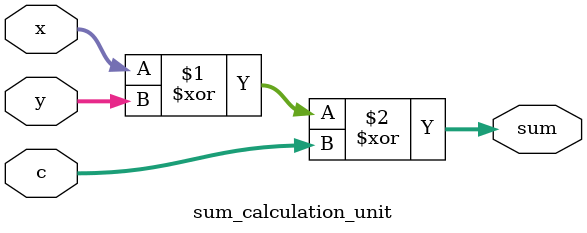
<source format=sv>
module xor_iterative(
    input [4:0] x,         // 扩展为5位
    input [4:0] y,         // 扩展为5位
    output [4:0] z         // 扩展为5位
);
    // 内部连线
    wire [4:0] g;          // Generate信号
    wire [4:0] p;          // Propagate信号
    wire [1:0] GG;         // 组间Generate信号
    wire [1:0] PP;         // 组间Propagate信号
    wire [6:0] c;          // Carry信号，包括初始进位和各级跳跃进位
    wire [4:0] sum;        // 加法和
    
    // 第一级：生成基本的g和p信号
    generate_propagate_unit gp_unit (
        .x(x),
        .y(y),
        .g(g),
        .p(p)
    );
    
    // 第二级：跳跃进位逻辑
    skip_carry_unit skip_unit (
        .g(g),
        .p(p),
        .cin(1'b0),
        .GG(GG),
        .PP(PP),
        .c(c)
    );
    
    // 第三级：计算最终和
    sum_calculation_unit sum_unit (
        .x(x),
        .y(y),
        .c(c[4:0]),
        .sum(sum)
    );
    
    // 输出赋值
    assign z = sum;
    
endmodule

// 产生Generate和Propagate信号的子模块
module generate_propagate_unit(
    input [4:0] x,
    input [4:0] y,
    output [4:0] g,
    output [4:0] p
);
    // 更精确的Generate和Propagate定义
    assign g = x & y;       // Generate: 当x和y都为1时产生进位
    assign p = x ^ y;       // Propagate: 当x和y不同时可能传播进位
endmodule

// 跳跃进位加法器逻辑子模块
module skip_carry_unit(
    input [4:0] g,
    input [4:0] p,
    input cin,
    output [1:0] GG,        // 块Generate
    output [1:0] PP,        // 块Propagate
    output [6:0] c          // 所有进位信号
);
    // 第一级进位计算
    assign c[0] = cin;
    
    // 分组 - 前3位为一组，后2位为一组
    // 计算第一组的块Generate和块Propagate
    assign GG[0] = g[2] | (p[2] & g[1]) | (p[2] & p[1] & g[0]);
    assign PP[0] = p[2] & p[1] & p[0];
    
    // 计算第二组的块Generate和块Propagate
    assign GG[1] = g[4] | (p[4] & g[3]);
    assign PP[1] = p[4] & p[3];
    
    // 计算各位进位
    // 第一组内部进位
    assign c[1] = g[0] | (p[0] & cin);
    assign c[2] = g[1] | (p[1] & g[0]) | (p[1] & p[0] & cin);
    
    // 第一组到第二组的进位
    assign c[3] = GG[0] | (PP[0] & cin);
    
    // 第二组内部进位
    assign c[4] = g[3] | (p[3] & c[3]);
    assign c[5] = g[4] | (p[4] & g[3]) | (p[4] & p[3] & c[3]);
    
    // 最终进位输出（如果需要）
    assign c[6] = GG[1] | (PP[1] & c[3]);
endmodule

// 计算和的子模块
module sum_calculation_unit(
    input [4:0] x,
    input [4:0] y,
    input [4:0] c,
    output [4:0] sum
);
    // 使用异或计算每一位的和
    assign sum = x ^ y ^ c;
endmodule
</source>
